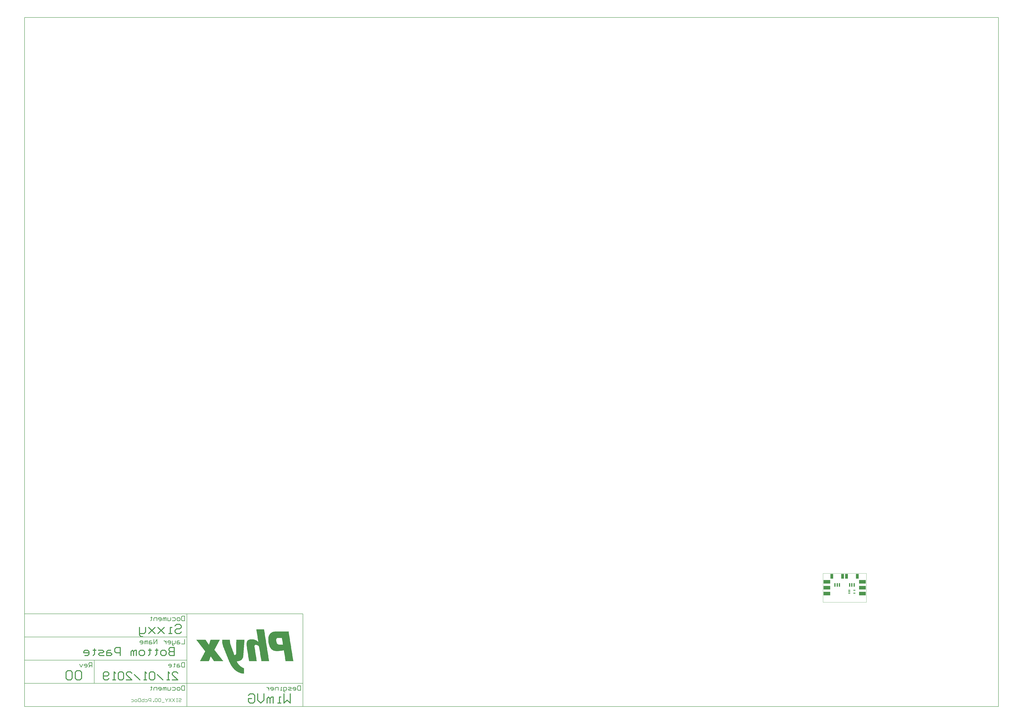
<source format=gbp>
G04*
G04 #@! TF.GenerationSoftware,Altium Limited,Altium Designer,18.1.9 (240)*
G04*
G04 Layer_Color=128*
%FSLAX25Y25*%
%MOIN*%
G70*
G01*
G75*
%ADD12C,0.01575*%
%ADD15C,0.00394*%
%ADD16C,0.00787*%
%ADD17C,0.00984*%
%ADD25R,0.11811X0.05906*%
%ADD26R,0.03543X0.01575*%
%ADD27R,0.02362X0.06102*%
%ADD28R,0.04724X0.07874*%
G36*
X200247Y-50003D02*
X198529D01*
Y-50289D01*
X197670D01*
Y-50575D01*
X196811D01*
Y-50862D01*
X195952D01*
Y-51148D01*
X195380D01*
Y-51434D01*
X195094D01*
Y-51720D01*
X194521D01*
Y-52007D01*
X194235D01*
Y-52293D01*
X193662D01*
Y-52579D01*
X193376D01*
Y-52866D01*
X193089D01*
Y-53152D01*
X192803D01*
Y-53438D01*
X192517D01*
Y-53725D01*
X192230D01*
Y-54011D01*
X191944D01*
Y-54297D01*
Y-54584D01*
X191658D01*
Y-54870D01*
X191372D01*
Y-55156D01*
Y-55443D01*
X191085D01*
Y-55729D01*
X190799D01*
Y-56015D01*
Y-56301D01*
X190513D01*
Y-56588D01*
Y-56874D01*
Y-57161D01*
X190226D01*
Y-57447D01*
Y-57733D01*
Y-58019D01*
X189940D01*
Y-58306D01*
Y-58592D01*
Y-58878D01*
Y-59165D01*
X189654D01*
Y-59451D01*
Y-59737D01*
Y-60024D01*
Y-60310D01*
Y-60596D01*
X189367D01*
Y-60883D01*
Y-61169D01*
Y-61455D01*
Y-61742D01*
Y-62028D01*
Y-62314D01*
Y-62600D01*
Y-62887D01*
Y-63173D01*
Y-63459D01*
Y-63746D01*
Y-64032D01*
Y-64318D01*
Y-64605D01*
Y-64891D01*
Y-65177D01*
Y-65464D01*
Y-65750D01*
Y-66036D01*
Y-66322D01*
X189654D01*
Y-66609D01*
Y-66895D01*
Y-67181D01*
Y-67468D01*
Y-67754D01*
Y-68040D01*
Y-68327D01*
X189940D01*
Y-68613D01*
Y-68899D01*
Y-69186D01*
Y-69472D01*
Y-69758D01*
X190226D01*
Y-70044D01*
Y-70331D01*
Y-70617D01*
Y-70903D01*
Y-71190D01*
X190513D01*
Y-71476D01*
Y-71762D01*
Y-72049D01*
X190799D01*
Y-72335D01*
Y-72621D01*
Y-72908D01*
Y-73194D01*
X191085D01*
Y-73480D01*
Y-73767D01*
Y-74053D01*
X191372D01*
Y-74339D01*
Y-74625D01*
X191658D01*
Y-74912D01*
Y-75198D01*
Y-75485D01*
X191944D01*
Y-75771D01*
Y-76057D01*
X192230D01*
Y-76343D01*
Y-76630D01*
X192517D01*
Y-76916D01*
Y-77202D01*
X192803D01*
Y-77489D01*
X193089D01*
Y-77775D01*
Y-78061D01*
X193376D01*
Y-78348D01*
X193662D01*
Y-78634D01*
X193948D01*
Y-78920D01*
Y-79207D01*
X194235D01*
Y-79493D01*
X194521D01*
Y-79779D01*
X194807D01*
Y-80066D01*
X195094D01*
Y-80352D01*
X195380D01*
Y-80638D01*
X195952D01*
Y-80924D01*
X196239D01*
Y-81211D01*
X196811D01*
Y-81497D01*
X197098D01*
Y-81783D01*
X197670D01*
Y-82070D01*
X198529D01*
Y-82356D01*
X199388D01*
Y-82642D01*
X200247D01*
Y-82929D01*
X201965D01*
Y-83215D01*
X207119D01*
Y-82929D01*
X209696D01*
Y-82642D01*
X211700D01*
Y-82356D01*
X213131D01*
Y-82070D01*
X214563D01*
Y-81783D01*
X215994D01*
Y-82070D01*
Y-82356D01*
Y-82642D01*
Y-82929D01*
Y-83215D01*
Y-83501D01*
Y-83788D01*
X216281D01*
Y-84074D01*
Y-84360D01*
Y-84646D01*
Y-84933D01*
Y-85219D01*
Y-85505D01*
X216567D01*
Y-85792D01*
Y-86078D01*
Y-86364D01*
Y-86651D01*
Y-86937D01*
Y-87223D01*
X216853D01*
Y-87510D01*
Y-87796D01*
Y-88082D01*
Y-88369D01*
Y-88655D01*
Y-88941D01*
Y-89227D01*
X217140D01*
Y-89514D01*
Y-89800D01*
Y-90086D01*
Y-90373D01*
Y-90659D01*
Y-90945D01*
X217426D01*
Y-91232D01*
Y-91518D01*
Y-91804D01*
Y-92091D01*
Y-92377D01*
Y-92663D01*
X217712D01*
Y-92950D01*
Y-93236D01*
Y-93522D01*
Y-93809D01*
Y-94095D01*
Y-94381D01*
Y-94667D01*
X217999D01*
Y-94954D01*
Y-95240D01*
Y-95526D01*
Y-95813D01*
Y-96099D01*
Y-96385D01*
X218285D01*
Y-96672D01*
Y-96958D01*
Y-97244D01*
Y-97531D01*
Y-97817D01*
Y-98103D01*
X218571D01*
Y-98390D01*
Y-98676D01*
Y-98962D01*
Y-99248D01*
Y-99535D01*
Y-99821D01*
Y-100107D01*
X232028D01*
Y-99821D01*
X231742D01*
Y-99535D01*
Y-99248D01*
Y-98962D01*
Y-98676D01*
Y-98390D01*
X231455D01*
Y-98103D01*
Y-97817D01*
Y-97531D01*
Y-97244D01*
Y-96958D01*
Y-96672D01*
Y-96385D01*
X231169D01*
Y-96099D01*
Y-95813D01*
Y-95526D01*
Y-95240D01*
Y-94954D01*
Y-94667D01*
X230883D01*
Y-94381D01*
Y-94095D01*
Y-93809D01*
Y-93522D01*
Y-93236D01*
Y-92950D01*
X230596D01*
Y-92663D01*
Y-92377D01*
Y-92091D01*
Y-91804D01*
Y-91518D01*
Y-91232D01*
Y-90945D01*
X230310D01*
Y-90659D01*
Y-90373D01*
Y-90086D01*
Y-89800D01*
Y-89514D01*
Y-89227D01*
X230024D01*
Y-88941D01*
Y-88655D01*
Y-88369D01*
Y-88082D01*
Y-87796D01*
Y-87510D01*
X229737D01*
Y-87223D01*
Y-86937D01*
Y-86651D01*
Y-86364D01*
Y-86078D01*
Y-85792D01*
X229451D01*
Y-85505D01*
Y-85219D01*
Y-84933D01*
Y-84646D01*
Y-84360D01*
Y-84074D01*
Y-83788D01*
X229165D01*
Y-83501D01*
Y-83215D01*
Y-82929D01*
Y-82642D01*
Y-82356D01*
Y-82070D01*
X228878D01*
Y-81783D01*
Y-81497D01*
Y-81211D01*
Y-80924D01*
Y-80638D01*
Y-80352D01*
X228592D01*
Y-80066D01*
Y-79779D01*
Y-79493D01*
Y-79207D01*
Y-78920D01*
Y-78634D01*
X228306D01*
Y-78348D01*
Y-78061D01*
Y-77775D01*
Y-77489D01*
Y-77202D01*
Y-76916D01*
Y-76630D01*
X228019D01*
Y-76343D01*
Y-76057D01*
Y-75771D01*
Y-75485D01*
Y-75198D01*
Y-74912D01*
X227733D01*
Y-74625D01*
Y-74339D01*
Y-74053D01*
Y-73767D01*
Y-73480D01*
Y-73194D01*
X227447D01*
Y-72908D01*
Y-72621D01*
Y-72335D01*
Y-72049D01*
Y-71762D01*
Y-71476D01*
Y-71190D01*
X227161D01*
Y-70903D01*
Y-70617D01*
Y-70331D01*
Y-70044D01*
Y-69758D01*
Y-69472D01*
X226874D01*
Y-69186D01*
Y-68899D01*
Y-68613D01*
Y-68327D01*
Y-68040D01*
Y-67754D01*
X226588D01*
Y-67468D01*
Y-67181D01*
Y-66895D01*
Y-66609D01*
Y-66322D01*
Y-66036D01*
X226302D01*
Y-65750D01*
Y-65464D01*
Y-65177D01*
Y-64891D01*
Y-64605D01*
Y-64318D01*
Y-64032D01*
X226015D01*
Y-63746D01*
Y-63459D01*
Y-63173D01*
Y-62887D01*
Y-62600D01*
Y-62314D01*
X225729D01*
Y-62028D01*
Y-61742D01*
Y-61455D01*
Y-61169D01*
Y-60883D01*
Y-60596D01*
X225443D01*
Y-60310D01*
Y-60024D01*
Y-59737D01*
Y-59451D01*
Y-59165D01*
Y-58878D01*
Y-58592D01*
X225156D01*
Y-58306D01*
Y-58019D01*
Y-57733D01*
Y-57447D01*
Y-57161D01*
Y-56874D01*
X224870D01*
Y-56588D01*
Y-56301D01*
Y-56015D01*
Y-55729D01*
Y-55443D01*
Y-55156D01*
X224584D01*
Y-54870D01*
Y-54584D01*
Y-54297D01*
Y-54011D01*
Y-53725D01*
Y-53438D01*
Y-53152D01*
X224297D01*
Y-52866D01*
Y-52579D01*
Y-52293D01*
Y-52007D01*
Y-51720D01*
Y-51434D01*
X224011D01*
Y-51148D01*
Y-50862D01*
Y-50575D01*
Y-50289D01*
Y-50003D01*
Y-49716D01*
X200247D01*
Y-50003D01*
D02*
G37*
G36*
X169039Y-46567D02*
Y-46853D01*
X169325D01*
Y-47139D01*
Y-47426D01*
Y-47712D01*
Y-47998D01*
Y-48285D01*
Y-48571D01*
X169612D01*
Y-48857D01*
Y-49144D01*
Y-49430D01*
Y-49716D01*
Y-50003D01*
Y-50289D01*
X169898D01*
Y-50575D01*
Y-50862D01*
Y-51148D01*
Y-51434D01*
Y-51720D01*
Y-52007D01*
Y-52293D01*
X170184D01*
Y-52579D01*
Y-52866D01*
Y-53152D01*
Y-53438D01*
Y-53725D01*
Y-54011D01*
X170471D01*
Y-54297D01*
Y-54584D01*
Y-54870D01*
Y-55156D01*
Y-55443D01*
Y-55729D01*
X170757D01*
Y-56015D01*
Y-56301D01*
Y-56588D01*
Y-56874D01*
Y-57161D01*
Y-57447D01*
Y-57733D01*
X171043D01*
Y-58019D01*
Y-58306D01*
Y-58592D01*
Y-58878D01*
Y-59165D01*
Y-59451D01*
X171330D01*
Y-59737D01*
Y-60024D01*
Y-60310D01*
Y-60596D01*
Y-60883D01*
Y-61169D01*
X171616D01*
Y-61455D01*
Y-61742D01*
Y-62028D01*
Y-62314D01*
Y-62600D01*
Y-62887D01*
X171902D01*
Y-63173D01*
Y-63459D01*
Y-63746D01*
Y-64032D01*
Y-64318D01*
Y-64605D01*
Y-64891D01*
X172188D01*
Y-65177D01*
Y-65464D01*
Y-65750D01*
Y-66036D01*
Y-66322D01*
Y-66609D01*
X172475D01*
Y-66895D01*
Y-67181D01*
X171902D01*
Y-66895D01*
X171616D01*
Y-66609D01*
X171330D01*
Y-66322D01*
X170757D01*
Y-66036D01*
X170471D01*
Y-65750D01*
X170184D01*
Y-65464D01*
X169612D01*
Y-65177D01*
X169039D01*
Y-64891D01*
X168753D01*
Y-64605D01*
X168180D01*
Y-64318D01*
X167321D01*
Y-64032D01*
X166749D01*
Y-63746D01*
X165890D01*
Y-63459D01*
X164458D01*
Y-63173D01*
X158159D01*
Y-63459D01*
X157014D01*
Y-63746D01*
X156155D01*
Y-64032D01*
X155582D01*
Y-64318D01*
X155296D01*
Y-64605D01*
X154723D01*
Y-64891D01*
X154437D01*
Y-65177D01*
X154151D01*
Y-65464D01*
X153865D01*
Y-65750D01*
X153578D01*
Y-66036D01*
Y-66322D01*
X153292D01*
Y-66609D01*
Y-66895D01*
X153006D01*
Y-67181D01*
Y-67468D01*
Y-67754D01*
X152719D01*
Y-68040D01*
Y-68327D01*
Y-68613D01*
Y-68899D01*
X152433D01*
Y-69186D01*
Y-69472D01*
Y-69758D01*
Y-70044D01*
Y-70331D01*
Y-70617D01*
Y-70903D01*
Y-71190D01*
Y-71476D01*
Y-71762D01*
Y-72049D01*
Y-72335D01*
Y-72621D01*
Y-72908D01*
Y-73194D01*
Y-73480D01*
Y-73767D01*
Y-74053D01*
X152719D01*
Y-74339D01*
Y-74625D01*
Y-74912D01*
Y-75198D01*
Y-75485D01*
Y-75771D01*
Y-76057D01*
X153006D01*
Y-76343D01*
Y-76630D01*
Y-76916D01*
Y-77202D01*
Y-77489D01*
Y-77775D01*
Y-78061D01*
X153292D01*
Y-78348D01*
Y-78634D01*
Y-78920D01*
Y-79207D01*
Y-79493D01*
Y-79779D01*
X153578D01*
Y-80066D01*
Y-80352D01*
Y-80638D01*
Y-80924D01*
Y-81211D01*
Y-81497D01*
X153865D01*
Y-81783D01*
Y-82070D01*
Y-82356D01*
Y-82642D01*
Y-82929D01*
Y-83215D01*
X154151D01*
Y-83501D01*
Y-83788D01*
Y-84074D01*
Y-84360D01*
Y-84646D01*
Y-84933D01*
Y-85219D01*
X154437D01*
Y-85505D01*
Y-85792D01*
Y-86078D01*
Y-86364D01*
Y-86651D01*
Y-86937D01*
X154723D01*
Y-87223D01*
Y-87510D01*
Y-87796D01*
Y-88082D01*
Y-88369D01*
Y-88655D01*
X155010D01*
Y-88941D01*
Y-89227D01*
Y-89514D01*
Y-89800D01*
Y-90086D01*
Y-90373D01*
Y-90659D01*
X155296D01*
Y-90945D01*
Y-91232D01*
Y-91518D01*
Y-91804D01*
Y-92091D01*
Y-92377D01*
X155582D01*
Y-92663D01*
Y-92950D01*
Y-93236D01*
Y-93522D01*
Y-93809D01*
Y-94095D01*
X155869D01*
Y-94381D01*
Y-94667D01*
Y-94954D01*
Y-95240D01*
Y-95526D01*
Y-95813D01*
X156155D01*
Y-96099D01*
Y-96385D01*
Y-96672D01*
Y-96958D01*
Y-97244D01*
Y-97531D01*
Y-97817D01*
X156441D01*
Y-98103D01*
Y-98390D01*
Y-98676D01*
Y-98962D01*
Y-99248D01*
Y-99535D01*
X156728D01*
Y-99821D01*
Y-100107D01*
X169898D01*
Y-99821D01*
Y-99535D01*
X169612D01*
Y-99248D01*
Y-98962D01*
Y-98676D01*
Y-98390D01*
Y-98103D01*
Y-97817D01*
X169325D01*
Y-97531D01*
Y-97244D01*
Y-96958D01*
Y-96672D01*
Y-96385D01*
Y-96099D01*
Y-95813D01*
X169039D01*
Y-95526D01*
Y-95240D01*
Y-94954D01*
Y-94667D01*
Y-94381D01*
Y-94095D01*
X168753D01*
Y-93809D01*
Y-93522D01*
Y-93236D01*
Y-92950D01*
Y-92663D01*
Y-92377D01*
X168466D01*
Y-92091D01*
Y-91804D01*
Y-91518D01*
Y-91232D01*
Y-90945D01*
Y-90659D01*
Y-90373D01*
X168180D01*
Y-90086D01*
Y-89800D01*
Y-89514D01*
Y-89227D01*
Y-88941D01*
Y-88655D01*
X167894D01*
Y-88369D01*
Y-88082D01*
Y-87796D01*
Y-87510D01*
Y-87223D01*
Y-86937D01*
Y-86651D01*
X167607D01*
Y-86364D01*
Y-86078D01*
Y-85792D01*
Y-85505D01*
Y-85219D01*
Y-84933D01*
X167321D01*
Y-84646D01*
Y-84360D01*
Y-84074D01*
Y-83788D01*
Y-83501D01*
Y-83215D01*
X167035D01*
Y-82929D01*
Y-82642D01*
Y-82356D01*
Y-82070D01*
Y-81783D01*
Y-81497D01*
X166749D01*
Y-81211D01*
Y-80924D01*
Y-80638D01*
Y-80352D01*
Y-80066D01*
Y-79779D01*
Y-79493D01*
X166462D01*
Y-79207D01*
Y-78920D01*
Y-78634D01*
Y-78348D01*
Y-78061D01*
Y-77775D01*
X166176D01*
Y-77489D01*
Y-77202D01*
Y-76916D01*
Y-76630D01*
Y-76343D01*
Y-76057D01*
Y-75771D01*
X165890D01*
Y-75485D01*
Y-75198D01*
Y-74912D01*
Y-74625D01*
Y-74339D01*
Y-74053D01*
X166176D01*
Y-73767D01*
Y-73480D01*
X166462D01*
Y-73194D01*
X166749D01*
Y-72908D01*
X167321D01*
Y-72621D01*
X169039D01*
Y-72908D01*
X170471D01*
Y-73194D01*
X171330D01*
Y-73480D01*
X171902D01*
Y-73767D01*
X172188D01*
Y-74053D01*
X172761D01*
Y-74339D01*
X173047D01*
Y-74625D01*
X173334D01*
Y-74912D01*
Y-75198D01*
X173620D01*
Y-75485D01*
Y-75771D01*
Y-76057D01*
X173906D01*
Y-76343D01*
Y-76630D01*
Y-76916D01*
Y-77202D01*
Y-77489D01*
Y-77775D01*
X174193D01*
Y-78061D01*
Y-78348D01*
Y-78634D01*
Y-78920D01*
Y-79207D01*
Y-79493D01*
Y-79779D01*
X174479D01*
Y-80066D01*
Y-80352D01*
Y-80638D01*
Y-80924D01*
Y-81211D01*
Y-81497D01*
X174765D01*
Y-81783D01*
Y-82070D01*
Y-82356D01*
Y-82642D01*
Y-82929D01*
Y-83215D01*
X175052D01*
Y-83501D01*
Y-83788D01*
Y-84074D01*
Y-84360D01*
Y-84646D01*
Y-84933D01*
X175338D01*
Y-85219D01*
Y-85505D01*
Y-85792D01*
Y-86078D01*
Y-86364D01*
Y-86651D01*
Y-86937D01*
X175624D01*
Y-87223D01*
Y-87510D01*
Y-87796D01*
Y-88082D01*
Y-88369D01*
Y-88655D01*
X175911D01*
Y-88941D01*
Y-89227D01*
Y-89514D01*
Y-89800D01*
Y-90086D01*
Y-90373D01*
X176197D01*
Y-90659D01*
Y-90945D01*
Y-91232D01*
Y-91518D01*
Y-91804D01*
Y-92091D01*
Y-92377D01*
X176483D01*
Y-92663D01*
Y-92950D01*
Y-93236D01*
Y-93522D01*
Y-93809D01*
Y-94095D01*
X176769D01*
Y-94381D01*
Y-94667D01*
Y-94954D01*
Y-95240D01*
Y-95526D01*
Y-95813D01*
X177056D01*
Y-96099D01*
Y-96385D01*
Y-96672D01*
Y-96958D01*
Y-97244D01*
Y-97531D01*
X177342D01*
Y-97817D01*
Y-98103D01*
Y-98390D01*
Y-98676D01*
Y-98962D01*
Y-99248D01*
Y-99535D01*
X177628D01*
Y-99821D01*
Y-100107D01*
X190799D01*
Y-99821D01*
Y-99535D01*
X190513D01*
Y-99248D01*
Y-98962D01*
Y-98676D01*
Y-98390D01*
Y-98103D01*
Y-97817D01*
Y-97531D01*
X190226D01*
Y-97244D01*
Y-96958D01*
Y-96672D01*
Y-96385D01*
Y-96099D01*
Y-95813D01*
X189940D01*
Y-95526D01*
Y-95240D01*
Y-94954D01*
Y-94667D01*
Y-94381D01*
Y-94095D01*
X189654D01*
Y-93809D01*
Y-93522D01*
Y-93236D01*
Y-92950D01*
Y-92663D01*
Y-92377D01*
Y-92091D01*
X189367D01*
Y-91804D01*
Y-91518D01*
Y-91232D01*
Y-90945D01*
Y-90659D01*
Y-90373D01*
X189081D01*
Y-90086D01*
Y-89800D01*
Y-89514D01*
Y-89227D01*
Y-88941D01*
Y-88655D01*
X188795D01*
Y-88369D01*
Y-88082D01*
Y-87796D01*
Y-87510D01*
Y-87223D01*
Y-86937D01*
X188508D01*
Y-86651D01*
Y-86364D01*
Y-86078D01*
Y-85792D01*
Y-85505D01*
Y-85219D01*
Y-84933D01*
X188222D01*
Y-84646D01*
Y-84360D01*
Y-84074D01*
Y-83788D01*
Y-83501D01*
Y-83215D01*
X187936D01*
Y-82929D01*
Y-82642D01*
Y-82356D01*
Y-82070D01*
Y-81783D01*
Y-81497D01*
X187649D01*
Y-81211D01*
Y-80924D01*
Y-80638D01*
Y-80352D01*
Y-80066D01*
Y-79779D01*
Y-79493D01*
X187363D01*
Y-79207D01*
Y-78920D01*
Y-78634D01*
Y-78348D01*
Y-78061D01*
Y-77775D01*
X187077D01*
Y-77489D01*
Y-77202D01*
Y-76916D01*
Y-76630D01*
Y-76343D01*
Y-76057D01*
X186791D01*
Y-75771D01*
Y-75485D01*
Y-75198D01*
Y-74912D01*
Y-74625D01*
Y-74339D01*
X186504D01*
Y-74053D01*
Y-73767D01*
Y-73480D01*
Y-73194D01*
Y-72908D01*
Y-72621D01*
Y-72335D01*
X186218D01*
Y-72049D01*
Y-71762D01*
Y-71476D01*
Y-71190D01*
Y-70903D01*
Y-70617D01*
X185932D01*
Y-70331D01*
Y-70044D01*
Y-69758D01*
Y-69472D01*
Y-69186D01*
Y-68899D01*
X185645D01*
Y-68613D01*
Y-68327D01*
Y-68040D01*
Y-67754D01*
Y-67468D01*
Y-67181D01*
X185359D01*
Y-66895D01*
Y-66609D01*
Y-66322D01*
Y-66036D01*
Y-65750D01*
Y-65464D01*
Y-65177D01*
X185073D01*
Y-64891D01*
Y-64605D01*
Y-64318D01*
Y-64032D01*
Y-63746D01*
Y-63459D01*
X184786D01*
Y-63173D01*
Y-62887D01*
Y-62600D01*
Y-62314D01*
Y-62028D01*
Y-61742D01*
X184500D01*
Y-61455D01*
Y-61169D01*
Y-60883D01*
Y-60596D01*
Y-60310D01*
Y-60024D01*
Y-59737D01*
X184214D01*
Y-59451D01*
Y-59165D01*
Y-58878D01*
Y-58592D01*
Y-58306D01*
Y-58019D01*
X183927D01*
Y-57733D01*
Y-57447D01*
Y-57161D01*
Y-56874D01*
Y-56588D01*
Y-56301D01*
X183641D01*
Y-56015D01*
Y-55729D01*
Y-55443D01*
Y-55156D01*
Y-54870D01*
Y-54584D01*
X183355D01*
Y-54297D01*
Y-54011D01*
Y-53725D01*
Y-53438D01*
Y-53152D01*
Y-52866D01*
Y-52579D01*
X183068D01*
Y-52293D01*
Y-52007D01*
Y-51720D01*
Y-51434D01*
Y-51148D01*
Y-50862D01*
X182782D01*
Y-50575D01*
Y-50289D01*
Y-50003D01*
Y-49716D01*
Y-49430D01*
Y-49144D01*
X182496D01*
Y-48857D01*
Y-48571D01*
Y-48285D01*
Y-47998D01*
Y-47712D01*
Y-47426D01*
Y-47139D01*
X182209D01*
Y-46853D01*
Y-46567D01*
Y-46281D01*
X169039D01*
Y-46567D01*
D02*
G37*
G36*
X67112Y-64032D02*
X67398D01*
Y-64318D01*
X67684D01*
Y-64605D01*
Y-64891D01*
X67971D01*
Y-65177D01*
X68257D01*
Y-65464D01*
X68543D01*
Y-65750D01*
Y-66036D01*
X68830D01*
Y-66322D01*
X69116D01*
Y-66609D01*
X69402D01*
Y-66895D01*
X69688D01*
Y-67181D01*
Y-67468D01*
X69975D01*
Y-67754D01*
X70261D01*
Y-68040D01*
X70547D01*
Y-68327D01*
Y-68613D01*
X70834D01*
Y-68899D01*
X71120D01*
Y-69186D01*
X71406D01*
Y-69472D01*
X71693D01*
Y-69758D01*
Y-70044D01*
X71979D01*
Y-70331D01*
X72265D01*
Y-70617D01*
X72552D01*
Y-70903D01*
Y-71190D01*
X72838D01*
Y-71476D01*
X73124D01*
Y-71762D01*
X73411D01*
Y-72049D01*
Y-72335D01*
X73697D01*
Y-72621D01*
X73983D01*
Y-72908D01*
X74269D01*
Y-73194D01*
X74556D01*
Y-73480D01*
Y-73767D01*
X74842D01*
Y-74053D01*
X75128D01*
Y-74339D01*
X75415D01*
Y-74625D01*
Y-74912D01*
X75701D01*
Y-75198D01*
X75987D01*
Y-75485D01*
X76274D01*
Y-75771D01*
Y-76057D01*
X76560D01*
Y-76343D01*
X76846D01*
Y-76630D01*
X77133D01*
Y-76916D01*
X77419D01*
Y-77202D01*
Y-77489D01*
X77705D01*
Y-77775D01*
X77992D01*
Y-78061D01*
X78278D01*
Y-78348D01*
Y-78634D01*
X78564D01*
Y-78920D01*
X78851D01*
Y-79207D01*
X79137D01*
Y-79493D01*
Y-79779D01*
X79423D01*
Y-80066D01*
X79710D01*
Y-80352D01*
X79996D01*
Y-80638D01*
X80282D01*
Y-80924D01*
Y-81211D01*
X80568D01*
Y-81497D01*
X80855D01*
Y-81783D01*
X81141D01*
Y-82070D01*
Y-82356D01*
X81427D01*
Y-82642D01*
X81714D01*
Y-82929D01*
X82000D01*
Y-83215D01*
X82286D01*
Y-83501D01*
Y-83788D01*
X82000D01*
Y-84074D01*
Y-84360D01*
X81714D01*
Y-84646D01*
Y-84933D01*
X81427D01*
Y-85219D01*
X81141D01*
Y-85505D01*
Y-85792D01*
X80855D01*
Y-86078D01*
Y-86364D01*
X80568D01*
Y-86651D01*
Y-86937D01*
X80282D01*
Y-87223D01*
Y-87510D01*
X79996D01*
Y-87796D01*
Y-88082D01*
X79710D01*
Y-88369D01*
Y-88655D01*
X79423D01*
Y-88941D01*
Y-89227D01*
X79137D01*
Y-89514D01*
Y-89800D01*
X78851D01*
Y-90086D01*
X78564D01*
Y-90373D01*
Y-90659D01*
X78278D01*
Y-90945D01*
Y-91232D01*
X77992D01*
Y-91518D01*
Y-91804D01*
X77705D01*
Y-92091D01*
Y-92377D01*
X77419D01*
Y-92663D01*
Y-92950D01*
X77133D01*
Y-93236D01*
Y-93522D01*
X76846D01*
Y-93809D01*
Y-94095D01*
X76560D01*
Y-94381D01*
X76274D01*
Y-94667D01*
Y-94954D01*
X75987D01*
Y-95240D01*
Y-95526D01*
X75701D01*
Y-95813D01*
Y-96099D01*
X75415D01*
Y-96385D01*
Y-96672D01*
X75128D01*
Y-96958D01*
Y-97244D01*
X74842D01*
Y-97531D01*
Y-97817D01*
X74556D01*
Y-98103D01*
Y-98390D01*
X74269D01*
Y-98676D01*
X73983D01*
Y-98962D01*
Y-99248D01*
X73697D01*
Y-99535D01*
Y-99821D01*
X73411D01*
Y-100107D01*
X88585D01*
Y-99821D01*
X88872D01*
Y-99535D01*
Y-99248D01*
Y-98962D01*
X89158D01*
Y-98676D01*
Y-98390D01*
Y-98103D01*
X89444D01*
Y-97817D01*
Y-97531D01*
X89730D01*
Y-97244D01*
Y-96958D01*
Y-96672D01*
X90017D01*
Y-96385D01*
Y-96099D01*
Y-95813D01*
X90303D01*
Y-95526D01*
Y-95240D01*
X90589D01*
Y-94954D01*
Y-94667D01*
Y-94381D01*
X90876D01*
Y-94095D01*
Y-93809D01*
Y-93522D01*
X91162D01*
Y-93236D01*
Y-92950D01*
Y-92663D01*
X91448D01*
Y-92377D01*
X92021D01*
Y-92663D01*
Y-92950D01*
X92307D01*
Y-93236D01*
X92593D01*
Y-93522D01*
Y-93809D01*
X92880D01*
Y-94095D01*
X93166D01*
Y-94381D01*
Y-94667D01*
X93453D01*
Y-94954D01*
X93739D01*
Y-95240D01*
Y-95526D01*
X94025D01*
Y-95813D01*
X94311D01*
Y-96099D01*
X94598D01*
Y-96385D01*
Y-96672D01*
X94884D01*
Y-96958D01*
X95170D01*
Y-97244D01*
Y-97531D01*
X95457D01*
Y-97817D01*
X95743D01*
Y-98103D01*
Y-98390D01*
X96029D01*
Y-98676D01*
X96316D01*
Y-98962D01*
Y-99248D01*
X96602D01*
Y-99535D01*
X96888D01*
Y-99821D01*
Y-100107D01*
X112922D01*
Y-99821D01*
X112635D01*
Y-99535D01*
X112349D01*
Y-99248D01*
X112063D01*
Y-98962D01*
X111776D01*
Y-98676D01*
Y-98390D01*
X111490D01*
Y-98103D01*
X111204D01*
Y-97817D01*
X110918D01*
Y-97531D01*
X110631D01*
Y-97244D01*
Y-96958D01*
X110345D01*
Y-96672D01*
X110059D01*
Y-96385D01*
X109772D01*
Y-96099D01*
Y-95813D01*
X109486D01*
Y-95526D01*
X109200D01*
Y-95240D01*
X108913D01*
Y-94954D01*
X108627D01*
Y-94667D01*
Y-94381D01*
X108341D01*
Y-94095D01*
X108054D01*
Y-93809D01*
X107768D01*
Y-93522D01*
X107482D01*
Y-93236D01*
Y-92950D01*
X107195D01*
Y-92663D01*
X106909D01*
Y-92377D01*
X106623D01*
Y-92091D01*
Y-91804D01*
X106336D01*
Y-91518D01*
X106050D01*
Y-91232D01*
X105764D01*
Y-90945D01*
X105478D01*
Y-90659D01*
Y-90373D01*
X105191D01*
Y-90086D01*
X104905D01*
Y-89800D01*
X104619D01*
Y-89514D01*
Y-89227D01*
X104332D01*
Y-88941D01*
X104046D01*
Y-88655D01*
X103760D01*
Y-88369D01*
X103473D01*
Y-88082D01*
Y-87796D01*
X103187D01*
Y-87510D01*
X102901D01*
Y-87223D01*
X102614D01*
Y-86937D01*
Y-86651D01*
X102328D01*
Y-86364D01*
X102042D01*
Y-86078D01*
X101755D01*
Y-85792D01*
X101469D01*
Y-85505D01*
Y-85219D01*
X101183D01*
Y-84933D01*
X100897D01*
Y-84646D01*
X100610D01*
Y-84360D01*
X100324D01*
Y-84074D01*
Y-83788D01*
X100038D01*
Y-83501D01*
X99751D01*
Y-83215D01*
X99465D01*
Y-82929D01*
Y-82642D01*
X99179D01*
Y-82356D01*
X98892D01*
Y-82070D01*
X98606D01*
Y-81783D01*
X98320D01*
Y-81497D01*
Y-81211D01*
X98033D01*
Y-80924D01*
Y-80638D01*
Y-80352D01*
X98320D01*
Y-80066D01*
X98606D01*
Y-79779D01*
Y-79493D01*
X98892D01*
Y-79207D01*
Y-78920D01*
X99179D01*
Y-78634D01*
Y-78348D01*
X99465D01*
Y-78061D01*
Y-77775D01*
X99751D01*
Y-77489D01*
Y-77202D01*
X100038D01*
Y-76916D01*
Y-76630D01*
X100324D01*
Y-76343D01*
X100610D01*
Y-76057D01*
Y-75771D01*
X100897D01*
Y-75485D01*
Y-75198D01*
X101183D01*
Y-74912D01*
Y-74625D01*
X101469D01*
Y-74339D01*
Y-74053D01*
X101755D01*
Y-73767D01*
Y-73480D01*
X102042D01*
Y-73194D01*
Y-72908D01*
X102328D01*
Y-72621D01*
X102614D01*
Y-72335D01*
Y-72049D01*
X102901D01*
Y-71762D01*
Y-71476D01*
X103187D01*
Y-71190D01*
Y-70903D01*
X103473D01*
Y-70617D01*
Y-70331D01*
X103760D01*
Y-70044D01*
Y-69758D01*
X104046D01*
Y-69472D01*
Y-69186D01*
X104332D01*
Y-68899D01*
Y-68613D01*
X104619D01*
Y-68327D01*
X104905D01*
Y-68040D01*
Y-67754D01*
X105191D01*
Y-67468D01*
Y-67181D01*
X105478D01*
Y-66895D01*
Y-66609D01*
X105764D01*
Y-66322D01*
Y-66036D01*
X106050D01*
Y-65750D01*
Y-65464D01*
X106336D01*
Y-65177D01*
Y-64891D01*
X106623D01*
Y-64605D01*
X106909D01*
Y-64318D01*
Y-64032D01*
X107195D01*
Y-63746D01*
X91448D01*
Y-64032D01*
X91162D01*
Y-64318D01*
Y-64605D01*
Y-64891D01*
X90876D01*
Y-65177D01*
Y-65464D01*
Y-65750D01*
X90589D01*
Y-66036D01*
Y-66322D01*
Y-66609D01*
X90303D01*
Y-66895D01*
Y-67181D01*
Y-67468D01*
X90017D01*
Y-67754D01*
Y-68040D01*
Y-68327D01*
X89730D01*
Y-68613D01*
Y-68899D01*
Y-69186D01*
X89444D01*
Y-69472D01*
Y-69758D01*
Y-70044D01*
X89158D01*
Y-70331D01*
Y-70617D01*
Y-70903D01*
X88872D01*
Y-71190D01*
Y-71476D01*
Y-71762D01*
Y-72049D01*
X88299D01*
Y-71762D01*
X88012D01*
Y-71476D01*
X87726D01*
Y-71190D01*
Y-70903D01*
X87440D01*
Y-70617D01*
X87154D01*
Y-70331D01*
Y-70044D01*
X86867D01*
Y-69758D01*
X86581D01*
Y-69472D01*
Y-69186D01*
X86295D01*
Y-68899D01*
X86008D01*
Y-68613D01*
Y-68327D01*
X85722D01*
Y-68040D01*
X85436D01*
Y-67754D01*
Y-67468D01*
X85149D01*
Y-67181D01*
X84863D01*
Y-66895D01*
Y-66609D01*
X84577D01*
Y-66322D01*
X84290D01*
Y-66036D01*
Y-65750D01*
X84004D01*
Y-65464D01*
X83718D01*
Y-65177D01*
Y-64891D01*
X83432D01*
Y-64605D01*
X83145D01*
Y-64318D01*
Y-64032D01*
X82859D01*
Y-63746D01*
X67112D01*
Y-64032D01*
D02*
G37*
G36*
X111204D02*
Y-64318D01*
Y-64605D01*
Y-64891D01*
Y-65177D01*
Y-65464D01*
Y-65750D01*
Y-66036D01*
Y-66322D01*
Y-66609D01*
Y-66895D01*
Y-67181D01*
Y-67468D01*
Y-67754D01*
Y-68040D01*
Y-68327D01*
Y-68613D01*
Y-68899D01*
Y-69186D01*
Y-69472D01*
Y-69758D01*
X111490D01*
Y-70044D01*
Y-70331D01*
Y-70617D01*
Y-70903D01*
Y-71190D01*
X111776D01*
Y-71476D01*
Y-71762D01*
Y-72049D01*
Y-72335D01*
X112063D01*
Y-72621D01*
Y-72908D01*
Y-73194D01*
Y-73480D01*
X112349D01*
Y-73767D01*
Y-74053D01*
Y-74339D01*
X112635D01*
Y-74625D01*
Y-74912D01*
Y-75198D01*
X112922D01*
Y-75485D01*
Y-75771D01*
Y-76057D01*
X113208D01*
Y-76343D01*
Y-76630D01*
Y-76916D01*
X113494D01*
Y-77202D01*
Y-77489D01*
X113781D01*
Y-77775D01*
Y-78061D01*
X114067D01*
Y-78348D01*
Y-78634D01*
Y-78920D01*
X114353D01*
Y-79207D01*
Y-79493D01*
X114640D01*
Y-79779D01*
Y-80066D01*
Y-80352D01*
X114926D01*
Y-80638D01*
Y-80924D01*
X115212D01*
Y-81211D01*
Y-81497D01*
Y-81783D01*
X115499D01*
Y-82070D01*
Y-82356D01*
X115785D01*
Y-82642D01*
Y-82929D01*
Y-83215D01*
X116071D01*
Y-83501D01*
Y-83788D01*
X116358D01*
Y-84074D01*
Y-84360D01*
Y-84646D01*
X116644D01*
Y-84933D01*
Y-85219D01*
X116930D01*
Y-85505D01*
Y-85792D01*
Y-86078D01*
X117216D01*
Y-86364D01*
Y-86651D01*
X117503D01*
Y-86937D01*
Y-87223D01*
Y-87510D01*
X117789D01*
Y-87796D01*
Y-88082D01*
X118075D01*
Y-88369D01*
Y-88655D01*
Y-88941D01*
X118362D01*
Y-89227D01*
Y-89514D01*
X118648D01*
Y-89800D01*
Y-90086D01*
Y-90373D01*
X118934D01*
Y-90659D01*
Y-90945D01*
X119221D01*
Y-91232D01*
Y-91518D01*
Y-91804D01*
X119507D01*
Y-92091D01*
Y-92377D01*
X119793D01*
Y-92663D01*
Y-92950D01*
Y-93236D01*
X120080D01*
Y-93522D01*
Y-93809D01*
X120366D01*
Y-94095D01*
Y-94381D01*
Y-94667D01*
X120652D01*
Y-94954D01*
Y-95240D01*
X120939D01*
Y-95526D01*
Y-95813D01*
Y-96099D01*
X121225D01*
Y-96385D01*
Y-96672D01*
X121511D01*
Y-96958D01*
Y-97244D01*
Y-97531D01*
X121797D01*
Y-97817D01*
Y-98103D01*
X122084D01*
Y-98390D01*
Y-98676D01*
Y-98962D01*
X122370D01*
Y-99248D01*
Y-99535D01*
X122656D01*
Y-99821D01*
Y-100107D01*
Y-100394D01*
X122943D01*
Y-100680D01*
Y-100966D01*
X123229D01*
Y-101253D01*
Y-101539D01*
X123515D01*
Y-101825D01*
Y-102112D01*
X123802D01*
Y-102398D01*
Y-102684D01*
Y-102971D01*
X124088D01*
Y-103257D01*
X124374D01*
Y-103543D01*
Y-103829D01*
Y-104116D01*
X124661D01*
Y-104402D01*
X124947D01*
Y-104688D01*
Y-104975D01*
X125233D01*
Y-105261D01*
Y-105547D01*
X125520D01*
Y-105834D01*
Y-106120D01*
X125806D01*
Y-106406D01*
Y-106693D01*
X126092D01*
Y-106979D01*
X126378D01*
Y-107265D01*
Y-107552D01*
X126665D01*
Y-107838D01*
Y-108124D01*
X126951D01*
Y-108410D01*
X127237D01*
Y-108697D01*
X127524D01*
Y-108983D01*
Y-109269D01*
X127810D01*
Y-109556D01*
X128096D01*
Y-109842D01*
Y-110128D01*
X128383D01*
Y-110415D01*
X128669D01*
Y-110701D01*
X128955D01*
Y-110987D01*
Y-111274D01*
X129242D01*
Y-111560D01*
X129528D01*
Y-111846D01*
X129814D01*
Y-112133D01*
X130101D01*
Y-112419D01*
X130387D01*
Y-112705D01*
Y-112991D01*
X130673D01*
Y-113278D01*
X130959D01*
Y-113564D01*
X131246D01*
Y-113850D01*
X131532D01*
Y-114137D01*
X131818D01*
Y-114423D01*
X132105D01*
Y-114709D01*
X132391D01*
Y-114996D01*
X132964D01*
Y-115282D01*
X133250D01*
Y-115568D01*
X133536D01*
Y-115855D01*
X133823D01*
Y-116141D01*
X134109D01*
Y-116427D01*
X134681D01*
Y-116714D01*
X134968D01*
Y-117000D01*
X135540D01*
Y-117286D01*
X135827D01*
Y-117572D01*
X136399D01*
Y-117859D01*
X136686D01*
Y-118145D01*
X137258D01*
Y-118431D01*
X137831D01*
Y-118718D01*
X138404D01*
Y-119004D01*
X138976D01*
Y-119290D01*
X139549D01*
Y-119577D01*
X140408D01*
Y-119863D01*
X140980D01*
Y-120149D01*
X141839D01*
Y-120436D01*
X142985D01*
Y-120722D01*
X144130D01*
Y-121008D01*
X145848D01*
Y-121294D01*
X147852D01*
Y-121581D01*
X148138D01*
Y-121294D01*
Y-121008D01*
Y-120722D01*
Y-120436D01*
Y-120149D01*
Y-119863D01*
Y-119577D01*
Y-119290D01*
Y-119004D01*
Y-118718D01*
Y-118431D01*
Y-118145D01*
Y-117859D01*
Y-117572D01*
Y-117286D01*
Y-117000D01*
Y-116714D01*
Y-116427D01*
Y-116141D01*
Y-115855D01*
Y-115568D01*
Y-115282D01*
Y-114996D01*
Y-114709D01*
Y-114423D01*
Y-114137D01*
Y-113850D01*
Y-113564D01*
Y-113278D01*
Y-112991D01*
Y-112705D01*
Y-112419D01*
Y-112133D01*
X147566D01*
Y-111846D01*
X146993D01*
Y-111560D01*
X146420D01*
Y-111274D01*
X145848D01*
Y-110987D01*
X145275D01*
Y-110701D01*
X144702D01*
Y-110415D01*
X144416D01*
Y-110128D01*
X143843D01*
Y-109842D01*
X143557D01*
Y-109556D01*
X142985D01*
Y-109269D01*
X142698D01*
Y-108983D01*
X142412D01*
Y-108697D01*
X141839D01*
Y-108410D01*
X141553D01*
Y-108124D01*
X141267D01*
Y-107838D01*
X140980D01*
Y-107552D01*
X140694D01*
Y-107265D01*
X140408D01*
Y-106979D01*
X140121D01*
Y-106693D01*
X139835D01*
Y-106406D01*
X139549D01*
Y-106120D01*
X139262D01*
Y-105834D01*
X138976D01*
Y-105547D01*
X138690D01*
Y-105261D01*
Y-104975D01*
X138404D01*
Y-104688D01*
X138117D01*
Y-104402D01*
X137831D01*
Y-104116D01*
Y-103829D01*
X137545D01*
Y-103543D01*
X137258D01*
Y-103257D01*
Y-102971D01*
X136972D01*
Y-102684D01*
Y-102398D01*
X136686D01*
Y-102112D01*
X136399D01*
Y-101825D01*
Y-101539D01*
X136113D01*
Y-101253D01*
Y-100966D01*
X135827D01*
Y-100680D01*
Y-100394D01*
X137545D01*
Y-100107D01*
X139549D01*
Y-99821D01*
X140694D01*
Y-99535D01*
X141267D01*
Y-99248D01*
X142126D01*
Y-98962D01*
X142698D01*
Y-98676D01*
X142985D01*
Y-98390D01*
X143557D01*
Y-98103D01*
X143843D01*
Y-97817D01*
X144130D01*
Y-97531D01*
X144416D01*
Y-97244D01*
X144702D01*
Y-96958D01*
X144989D01*
Y-96672D01*
Y-96385D01*
X145275D01*
Y-96099D01*
X145561D01*
Y-95813D01*
Y-95526D01*
X145848D01*
Y-95240D01*
Y-94954D01*
X146134D01*
Y-94667D01*
Y-94381D01*
X146420D01*
Y-94095D01*
Y-93809D01*
Y-93522D01*
X146707D01*
Y-93236D01*
Y-92950D01*
Y-92663D01*
Y-92377D01*
X146993D01*
Y-92091D01*
Y-91804D01*
Y-91518D01*
Y-91232D01*
Y-90945D01*
Y-90659D01*
Y-90373D01*
X147279D01*
Y-90086D01*
Y-89800D01*
Y-89514D01*
Y-89227D01*
Y-88941D01*
Y-88655D01*
Y-88369D01*
Y-88082D01*
Y-87796D01*
Y-87510D01*
Y-87223D01*
Y-86937D01*
Y-86651D01*
Y-86364D01*
Y-86078D01*
X147566D01*
Y-85792D01*
Y-85505D01*
Y-85219D01*
Y-84933D01*
Y-84646D01*
Y-84360D01*
Y-84074D01*
Y-83788D01*
Y-83501D01*
Y-83215D01*
Y-82929D01*
Y-82642D01*
Y-82356D01*
Y-82070D01*
Y-81783D01*
X147852D01*
Y-81497D01*
Y-81211D01*
Y-80924D01*
Y-80638D01*
Y-80352D01*
Y-80066D01*
Y-79779D01*
Y-79493D01*
Y-79207D01*
Y-78920D01*
Y-78634D01*
Y-78348D01*
Y-78061D01*
Y-77775D01*
Y-77489D01*
Y-77202D01*
X148138D01*
Y-76916D01*
Y-76630D01*
Y-76343D01*
Y-76057D01*
Y-75771D01*
Y-75485D01*
Y-75198D01*
Y-74912D01*
Y-74625D01*
Y-74339D01*
Y-74053D01*
Y-73767D01*
Y-73480D01*
Y-73194D01*
Y-72908D01*
Y-72621D01*
X148424D01*
Y-72335D01*
Y-72049D01*
Y-71762D01*
Y-71476D01*
Y-71190D01*
Y-70903D01*
Y-70617D01*
Y-70331D01*
Y-70044D01*
Y-69758D01*
Y-69472D01*
Y-69186D01*
Y-68899D01*
Y-68613D01*
X148711D01*
Y-68327D01*
Y-68040D01*
Y-67754D01*
Y-67468D01*
Y-67181D01*
Y-66895D01*
Y-66609D01*
Y-66322D01*
Y-66036D01*
Y-65750D01*
Y-65464D01*
Y-65177D01*
Y-64891D01*
Y-64605D01*
Y-64318D01*
Y-64032D01*
X148997D01*
Y-63746D01*
X135254D01*
Y-64032D01*
Y-64318D01*
Y-64605D01*
Y-64891D01*
Y-65177D01*
Y-65464D01*
Y-65750D01*
Y-66036D01*
Y-66322D01*
Y-66609D01*
Y-66895D01*
Y-67181D01*
Y-67468D01*
Y-67754D01*
X134968D01*
Y-68040D01*
Y-68327D01*
Y-68613D01*
Y-68899D01*
Y-69186D01*
Y-69472D01*
Y-69758D01*
Y-70044D01*
Y-70331D01*
Y-70617D01*
Y-70903D01*
Y-71190D01*
Y-71476D01*
Y-71762D01*
Y-72049D01*
Y-72335D01*
Y-72621D01*
Y-72908D01*
Y-73194D01*
Y-73480D01*
Y-73767D01*
Y-74053D01*
Y-74339D01*
Y-74625D01*
Y-74912D01*
Y-75198D01*
Y-75485D01*
Y-75771D01*
Y-76057D01*
Y-76343D01*
Y-76630D01*
Y-76916D01*
Y-77202D01*
Y-77489D01*
Y-77775D01*
Y-78061D01*
Y-78348D01*
Y-78634D01*
Y-78920D01*
Y-79207D01*
Y-79493D01*
X134681D01*
Y-79779D01*
X134968D01*
Y-80066D01*
Y-80352D01*
X134681D01*
Y-80638D01*
Y-80924D01*
Y-81211D01*
Y-81497D01*
Y-81783D01*
Y-82070D01*
Y-82356D01*
Y-82642D01*
Y-82929D01*
Y-83215D01*
Y-83501D01*
Y-83788D01*
Y-84074D01*
Y-84360D01*
Y-84646D01*
Y-84933D01*
Y-85219D01*
Y-85505D01*
Y-85792D01*
Y-86078D01*
Y-86364D01*
Y-86651D01*
Y-86937D01*
Y-87223D01*
Y-87510D01*
Y-87796D01*
X134395D01*
Y-88082D01*
Y-88369D01*
Y-88655D01*
X134109D01*
Y-88941D01*
X133823D01*
Y-89227D01*
X133536D01*
Y-89514D01*
X132677D01*
Y-89800D01*
X131818D01*
Y-89514D01*
X131532D01*
Y-89227D01*
Y-88941D01*
Y-88655D01*
X131246D01*
Y-88369D01*
Y-88082D01*
X130959D01*
Y-87796D01*
Y-87510D01*
Y-87223D01*
X130673D01*
Y-86937D01*
Y-86651D01*
Y-86364D01*
X130387D01*
Y-86078D01*
Y-85792D01*
Y-85505D01*
X130101D01*
Y-85219D01*
Y-84933D01*
Y-84646D01*
X129814D01*
Y-84360D01*
Y-84074D01*
X129528D01*
Y-83788D01*
Y-83501D01*
Y-83215D01*
X129242D01*
Y-82929D01*
Y-82642D01*
Y-82356D01*
X128955D01*
Y-82070D01*
Y-81783D01*
Y-81497D01*
X128669D01*
Y-81211D01*
Y-80924D01*
X128383D01*
Y-80638D01*
Y-80352D01*
Y-80066D01*
X128096D01*
Y-79779D01*
Y-79493D01*
Y-79207D01*
X127810D01*
Y-78920D01*
Y-78634D01*
Y-78348D01*
X127524D01*
Y-78061D01*
Y-77775D01*
X127237D01*
Y-77489D01*
Y-77202D01*
Y-76916D01*
X126951D01*
Y-76630D01*
Y-76343D01*
Y-76057D01*
X126665D01*
Y-75771D01*
Y-75485D01*
Y-75198D01*
X126378D01*
Y-74912D01*
Y-74625D01*
X126092D01*
Y-74339D01*
Y-74053D01*
Y-73767D01*
X125806D01*
Y-73480D01*
Y-73194D01*
Y-72908D01*
X125520D01*
Y-72621D01*
Y-72335D01*
Y-72049D01*
X125233D01*
Y-71762D01*
Y-71476D01*
Y-71190D01*
Y-70903D01*
X124947D01*
Y-70617D01*
Y-70331D01*
Y-70044D01*
Y-69758D01*
X124661D01*
Y-69472D01*
Y-69186D01*
Y-68899D01*
Y-68613D01*
Y-68327D01*
X124374D01*
Y-68040D01*
Y-67754D01*
Y-67468D01*
Y-67181D01*
Y-66895D01*
Y-66609D01*
X124088D01*
Y-66322D01*
Y-66036D01*
Y-65750D01*
Y-65464D01*
Y-65177D01*
Y-64891D01*
Y-64605D01*
Y-64318D01*
Y-64032D01*
Y-63746D01*
X111204D01*
Y-64032D01*
D02*
G37*
%LPC*%
G36*
X204542Y-60883D02*
X212559D01*
Y-61169D01*
Y-61455D01*
Y-61742D01*
Y-62028D01*
Y-62314D01*
X212845D01*
Y-62600D01*
Y-62887D01*
Y-63173D01*
Y-63459D01*
Y-63746D01*
Y-64032D01*
X213131D01*
Y-64318D01*
Y-64605D01*
Y-64891D01*
Y-65177D01*
Y-65464D01*
Y-65750D01*
X213418D01*
Y-66036D01*
Y-66322D01*
Y-66609D01*
Y-66895D01*
Y-67181D01*
Y-67468D01*
X213704D01*
Y-67754D01*
Y-68040D01*
Y-68327D01*
Y-68613D01*
Y-68899D01*
Y-69186D01*
Y-69472D01*
X213990D01*
Y-69758D01*
Y-70044D01*
Y-70331D01*
Y-70617D01*
Y-70903D01*
Y-71190D01*
X214277D01*
Y-71476D01*
Y-71762D01*
Y-72049D01*
X207119D01*
Y-71762D01*
X205973D01*
Y-71476D01*
X205401D01*
Y-71190D01*
X205115D01*
Y-70903D01*
X204828D01*
Y-70617D01*
X204542D01*
Y-70331D01*
X204256D01*
Y-70044D01*
Y-69758D01*
X203969D01*
Y-69472D01*
Y-69186D01*
X203683D01*
Y-68899D01*
Y-68613D01*
X203397D01*
Y-68327D01*
Y-68040D01*
Y-67754D01*
Y-67468D01*
X203110D01*
Y-67181D01*
Y-66895D01*
Y-66609D01*
Y-66322D01*
Y-66036D01*
X202824D01*
Y-65750D01*
Y-65464D01*
Y-65177D01*
Y-64891D01*
Y-64605D01*
Y-64318D01*
Y-64032D01*
Y-63746D01*
Y-63459D01*
Y-63173D01*
Y-62887D01*
X203110D01*
Y-62600D01*
Y-62314D01*
X203397D01*
Y-62028D01*
Y-61742D01*
X203683D01*
Y-61455D01*
X203969D01*
Y-61169D01*
X204542D01*
Y-60883D01*
D02*
G37*
%LPD*%
D12*
X29528Y-76776D02*
Y-90551D01*
X22640D01*
X20344Y-88255D01*
Y-85960D01*
X22640Y-83664D01*
X29528D01*
X22640D01*
X20344Y-81368D01*
Y-79072D01*
X22640Y-76776D01*
X29528D01*
X13457Y-90551D02*
X8865D01*
X6569Y-88255D01*
Y-83664D01*
X8865Y-81368D01*
X13457D01*
X15753Y-83664D01*
Y-88255D01*
X13457Y-90551D01*
X-319Y-79072D02*
Y-81368D01*
X1977D01*
X-2614D01*
X-319D01*
Y-88255D01*
X-2614Y-90551D01*
X-11798Y-79072D02*
Y-81368D01*
X-9502D01*
X-14094D01*
X-11798D01*
Y-88255D01*
X-14094Y-90551D01*
X-23277D02*
X-27869D01*
X-30165Y-88255D01*
Y-83664D01*
X-27869Y-81368D01*
X-23277D01*
X-20981Y-83664D01*
Y-88255D01*
X-23277Y-90551D01*
X-34756D02*
Y-81368D01*
X-37052D01*
X-39348Y-83664D01*
Y-90551D01*
Y-83664D01*
X-41644Y-81368D01*
X-43940Y-83664D01*
Y-90551D01*
X-62306D02*
Y-76776D01*
X-69194D01*
X-71490Y-79072D01*
Y-83664D01*
X-69194Y-85960D01*
X-62306D01*
X-78377Y-81368D02*
X-82969D01*
X-85265Y-83664D01*
Y-90551D01*
X-78377D01*
X-76081Y-88255D01*
X-78377Y-85960D01*
X-85265D01*
X-89856Y-90551D02*
X-96744D01*
X-99040Y-88255D01*
X-96744Y-85960D01*
X-92152D01*
X-89856Y-83664D01*
X-92152Y-81368D01*
X-99040D01*
X-105927Y-79072D02*
Y-81368D01*
X-103632D01*
X-108223D01*
X-105927D01*
Y-88255D01*
X-108223Y-90551D01*
X-121998D02*
X-117407D01*
X-115111Y-88255D01*
Y-83664D01*
X-117407Y-81368D01*
X-121998D01*
X-124294Y-83664D01*
Y-85960D01*
X-115111D01*
X30843Y-40031D02*
X33467Y-37407D01*
X38715D01*
X41339Y-40031D01*
Y-42654D01*
X38715Y-45278D01*
X33467D01*
X30843Y-47902D01*
Y-50526D01*
X33467Y-53150D01*
X38715D01*
X41339Y-50526D01*
X25596Y-53150D02*
X20348D01*
X22972D01*
Y-42654D01*
X25596D01*
X12477D02*
X1981Y-53150D01*
X7229Y-47902D01*
X1981Y-42654D01*
X12477Y-53150D01*
X-3266Y-42654D02*
X-13762Y-53150D01*
X-8514Y-47902D01*
X-13762Y-42654D01*
X-3266Y-53150D01*
X-19009Y-42654D02*
Y-50526D01*
X-21633Y-53150D01*
X-29505D01*
Y-55773D01*
X-26881Y-58397D01*
X-24257D01*
X-29505Y-53150D02*
Y-42654D01*
X26250Y-131890D02*
X35433D01*
X26250Y-122706D01*
Y-120411D01*
X28545Y-118115D01*
X33137D01*
X35433Y-120411D01*
X21658Y-131890D02*
X17066D01*
X19362D01*
Y-118115D01*
X21658Y-120411D01*
X10179Y-131890D02*
X995Y-122706D01*
X-3596Y-120411D02*
X-5892Y-118115D01*
X-10484D01*
X-12780Y-120411D01*
Y-129594D01*
X-10484Y-131890D01*
X-5892D01*
X-3596Y-129594D01*
Y-120411D01*
X-17371Y-131890D02*
X-21963D01*
X-19667D01*
Y-118115D01*
X-17371Y-120411D01*
X-28851Y-131890D02*
X-38034Y-122706D01*
X-51809Y-131890D02*
X-42626D01*
X-51809Y-122706D01*
Y-120411D01*
X-49513Y-118115D01*
X-44922D01*
X-42626Y-120411D01*
X-56401D02*
X-58697Y-118115D01*
X-63288D01*
X-65584Y-120411D01*
Y-129594D01*
X-63288Y-131890D01*
X-58697D01*
X-56401Y-129594D01*
Y-120411D01*
X-70176Y-131890D02*
X-74768D01*
X-72472D01*
Y-118115D01*
X-70176Y-120411D01*
X-81655Y-129594D02*
X-83951Y-131890D01*
X-88543D01*
X-90838Y-129594D01*
Y-120411D01*
X-88543Y-118115D01*
X-83951D01*
X-81655Y-120411D01*
Y-122706D01*
X-83951Y-125002D01*
X-90838D01*
X-127953Y-118771D02*
X-130577Y-116147D01*
X-135824D01*
X-138448Y-118771D01*
Y-129266D01*
X-135824Y-131890D01*
X-130577D01*
X-127953Y-129266D01*
Y-118771D01*
X-143696D02*
X-146319Y-116147D01*
X-151567D01*
X-154191Y-118771D01*
Y-129266D01*
X-151567Y-131890D01*
X-146319D01*
X-143696Y-129266D01*
Y-118771D01*
X226378Y-155517D02*
Y-171260D01*
X221130Y-166012D01*
X215883Y-171260D01*
Y-155517D01*
X210635Y-171260D02*
X205387D01*
X208011D01*
Y-160765D01*
X210635D01*
X197516Y-171260D02*
Y-160765D01*
X194892D01*
X192268Y-163388D01*
Y-171260D01*
Y-163388D01*
X189644Y-160765D01*
X187021Y-163388D01*
Y-171260D01*
X181773Y-155517D02*
Y-166012D01*
X176525Y-171260D01*
X171278Y-166012D01*
Y-155517D01*
X155535Y-158141D02*
X158159Y-155517D01*
X163406D01*
X166030Y-158141D01*
Y-168636D01*
X163406Y-171260D01*
X158159D01*
X155535Y-168636D01*
Y-163388D01*
X160782D01*
D15*
X1204724Y0D02*
Y48819D01*
X1204724D02*
X1131102D01*
X1204724Y0D02*
X1131102D01*
X1131102D02*
Y48819D01*
D16*
X1429134Y-177165D02*
X-224410D01*
X1429134D02*
Y992126D01*
X-224410Y-177165D02*
Y992126D01*
X1429134D02*
X-224410D01*
X51181Y-177165D02*
Y-19685D01*
X248031Y-177165D02*
Y-19685D01*
X-224410D01*
X248031Y-137795D02*
X-224410D01*
X51181Y-98425D02*
X-224410D01*
X51181Y-59055D02*
X-224410D01*
X-106299Y-137795D02*
Y-98425D01*
X37403Y-164372D02*
X38387Y-163388D01*
X40355D01*
X41339Y-164372D01*
Y-165356D01*
X40355Y-166340D01*
X38387D01*
X37403Y-167324D01*
Y-168307D01*
X38387Y-169291D01*
X40355D01*
X41339Y-168307D01*
X35435Y-163388D02*
X33467D01*
X34451D01*
Y-169291D01*
X35435D01*
X33467D01*
X30515Y-163388D02*
X26580Y-169291D01*
Y-163388D02*
X30515Y-169291D01*
X24612Y-163388D02*
X20676Y-169291D01*
Y-163388D02*
X24612Y-169291D01*
X18708Y-163388D02*
Y-164372D01*
X16740Y-166340D01*
X14772Y-164372D01*
Y-163388D01*
X16740Y-166340D02*
Y-169291D01*
X12804Y-170275D02*
X8869D01*
X6901Y-164372D02*
X5917Y-163388D01*
X3949D01*
X2965Y-164372D01*
Y-168307D01*
X3949Y-169291D01*
X5917D01*
X6901Y-168307D01*
Y-164372D01*
X997D02*
X13Y-163388D01*
X-1955D01*
X-2938Y-164372D01*
Y-168307D01*
X-1955Y-169291D01*
X13D01*
X997Y-168307D01*
Y-164372D01*
X-4906Y-169291D02*
Y-168307D01*
X-5890D01*
Y-169291D01*
X-4906D01*
X-9826D02*
Y-163388D01*
X-12778D01*
X-13762Y-164372D01*
Y-166340D01*
X-12778Y-167324D01*
X-9826D01*
X-19665Y-165356D02*
X-16714D01*
X-15730Y-166340D01*
Y-168307D01*
X-16714Y-169291D01*
X-19665D01*
X-21633Y-163388D02*
Y-169291D01*
X-24585D01*
X-25569Y-168307D01*
Y-167324D01*
Y-166340D01*
X-24585Y-165356D01*
X-21633D01*
X-27537Y-163388D02*
Y-169291D01*
X-30489D01*
X-31473Y-168307D01*
Y-164372D01*
X-30489Y-163388D01*
X-27537D01*
X-34424Y-169291D02*
X-36392D01*
X-37376Y-168307D01*
Y-166340D01*
X-36392Y-165356D01*
X-34424D01*
X-33440Y-166340D01*
Y-168307D01*
X-34424Y-169291D01*
X-43280Y-165356D02*
X-40328D01*
X-39344Y-166340D01*
Y-168307D01*
X-40328Y-169291D01*
X-43280D01*
D17*
X47244Y-141735D02*
Y-149606D01*
X43308D01*
X41996Y-148294D01*
Y-143047D01*
X43308Y-141735D01*
X47244D01*
X38061Y-149606D02*
X35437D01*
X34125Y-148294D01*
Y-145671D01*
X35437Y-144359D01*
X38061D01*
X39373Y-145671D01*
Y-148294D01*
X38061Y-149606D01*
X26254Y-144359D02*
X30189D01*
X31501Y-145671D01*
Y-148294D01*
X30189Y-149606D01*
X26254D01*
X23630Y-144359D02*
Y-148294D01*
X22318Y-149606D01*
X18382D01*
Y-144359D01*
X15758Y-149606D02*
Y-144359D01*
X14446D01*
X13134Y-145671D01*
Y-149606D01*
Y-145671D01*
X11822Y-144359D01*
X10510Y-145671D01*
Y-149606D01*
X3951D02*
X6575D01*
X7887Y-148294D01*
Y-145671D01*
X6575Y-144359D01*
X3951D01*
X2639Y-145671D01*
Y-146983D01*
X7887D01*
X15Y-149606D02*
Y-144359D01*
X-3920D01*
X-5232Y-145671D01*
Y-149606D01*
X-9168Y-143047D02*
Y-144359D01*
X-7856D01*
X-10480D01*
X-9168D01*
Y-148294D01*
X-10480Y-149606D01*
X47244Y-102365D02*
Y-110236D01*
X43308D01*
X41996Y-108924D01*
Y-103677D01*
X43308Y-102365D01*
X47244D01*
X38061Y-104989D02*
X35437D01*
X34125Y-106300D01*
Y-110236D01*
X38061D01*
X39373Y-108924D01*
X38061Y-107612D01*
X34125D01*
X30189Y-103677D02*
Y-104989D01*
X31501D01*
X28877D01*
X30189D01*
Y-108924D01*
X28877Y-110236D01*
X21006D02*
X23630D01*
X24942Y-108924D01*
Y-106300D01*
X23630Y-104989D01*
X21006D01*
X19694Y-106300D01*
Y-107612D01*
X24942D01*
X47244Y-62995D02*
Y-70866D01*
X41996D01*
X38061Y-65618D02*
X35437D01*
X34125Y-66930D01*
Y-70866D01*
X38061D01*
X39373Y-69554D01*
X38061Y-68242D01*
X34125D01*
X31501Y-65618D02*
Y-69554D01*
X30189Y-70866D01*
X26254D01*
Y-72178D01*
X27565Y-73490D01*
X28877D01*
X26254Y-70866D02*
Y-65618D01*
X19694Y-70866D02*
X22318D01*
X23630Y-69554D01*
Y-66930D01*
X22318Y-65618D01*
X19694D01*
X18382Y-66930D01*
Y-68242D01*
X23630D01*
X15758Y-65618D02*
Y-70866D01*
Y-68242D01*
X14446Y-66930D01*
X13134Y-65618D01*
X11822D01*
X15Y-70866D02*
Y-62995D01*
X-5232Y-70866D01*
Y-62995D01*
X-9168Y-65618D02*
X-11792D01*
X-13104Y-66930D01*
Y-70866D01*
X-9168D01*
X-7856Y-69554D01*
X-9168Y-68242D01*
X-13104D01*
X-15728Y-70866D02*
Y-65618D01*
X-17040D01*
X-18352Y-66930D01*
Y-70866D01*
Y-66930D01*
X-19663Y-65618D01*
X-20975Y-66930D01*
Y-70866D01*
X-27535D02*
X-24911D01*
X-23599Y-69554D01*
Y-66930D01*
X-24911Y-65618D01*
X-27535D01*
X-28847Y-66930D01*
Y-68242D01*
X-23599D01*
X47244Y-23625D02*
Y-31496D01*
X43308D01*
X41996Y-30184D01*
Y-24937D01*
X43308Y-23625D01*
X47244D01*
X38061Y-31496D02*
X35437D01*
X34125Y-30184D01*
Y-27560D01*
X35437Y-26248D01*
X38061D01*
X39373Y-27560D01*
Y-30184D01*
X38061Y-31496D01*
X26254Y-26248D02*
X30189D01*
X31501Y-27560D01*
Y-30184D01*
X30189Y-31496D01*
X26254D01*
X23630Y-26248D02*
Y-30184D01*
X22318Y-31496D01*
X18382D01*
Y-26248D01*
X15758Y-31496D02*
Y-26248D01*
X14446D01*
X13134Y-27560D01*
Y-31496D01*
Y-27560D01*
X11822Y-26248D01*
X10510Y-27560D01*
Y-31496D01*
X3951D02*
X6575D01*
X7887Y-30184D01*
Y-27560D01*
X6575Y-26248D01*
X3951D01*
X2639Y-27560D01*
Y-28872D01*
X7887D01*
X15Y-31496D02*
Y-26248D01*
X-3920D01*
X-5232Y-27560D01*
Y-31496D01*
X-9168Y-24937D02*
Y-26248D01*
X-7856D01*
X-10480D01*
X-9168D01*
Y-30184D01*
X-10480Y-31496D01*
X244094Y-141735D02*
Y-149606D01*
X240159D01*
X238847Y-148294D01*
Y-143047D01*
X240159Y-141735D01*
X244094D01*
X232287Y-149606D02*
X234911D01*
X236223Y-148294D01*
Y-145671D01*
X234911Y-144359D01*
X232287D01*
X230975Y-145671D01*
Y-146983D01*
X236223D01*
X228351Y-149606D02*
X224416D01*
X223104Y-148294D01*
X224416Y-146983D01*
X227040D01*
X228351Y-145671D01*
X227040Y-144359D01*
X223104D01*
X217856Y-152230D02*
X216544D01*
X215232Y-150918D01*
Y-144359D01*
X219168D01*
X220480Y-145671D01*
Y-148294D01*
X219168Y-149606D01*
X215232D01*
X212609D02*
X209985D01*
X211297D01*
Y-144359D01*
X212609D01*
X206049Y-149606D02*
Y-144359D01*
X202113D01*
X200801Y-145671D01*
Y-149606D01*
X194242D02*
X196866D01*
X198178Y-148294D01*
Y-145671D01*
X196866Y-144359D01*
X194242D01*
X192930Y-145671D01*
Y-146983D01*
X198178D01*
X190306Y-144359D02*
Y-149606D01*
Y-146983D01*
X188994Y-145671D01*
X187682Y-144359D01*
X186370D01*
X-110236Y-110236D02*
Y-102365D01*
X-114172D01*
X-115484Y-103677D01*
Y-106300D01*
X-114172Y-107612D01*
X-110236D01*
X-112860D02*
X-115484Y-110236D01*
X-122044D02*
X-119420D01*
X-118108Y-108924D01*
Y-106300D01*
X-119420Y-104989D01*
X-122044D01*
X-123355Y-106300D01*
Y-107612D01*
X-118108D01*
X-125979Y-104989D02*
X-128603Y-110236D01*
X-131227Y-104989D01*
D25*
X1137795Y24409D02*
D03*
Y34409D02*
D03*
Y14410D02*
D03*
X1198032D02*
D03*
Y34409D02*
D03*
Y24409D02*
D03*
D26*
X1175984Y20276D02*
D03*
Y17717D02*
D03*
Y15157D02*
D03*
X1184646D02*
D03*
Y20276D02*
D03*
D27*
X1176378Y29134D02*
D03*
X1184252D02*
D03*
X1180315D02*
D03*
X1151413D02*
D03*
X1159287D02*
D03*
X1155350D02*
D03*
D28*
X1189370Y43996D02*
D03*
X1171260D02*
D03*
X1164406D02*
D03*
X1146295D02*
D03*
M02*

</source>
